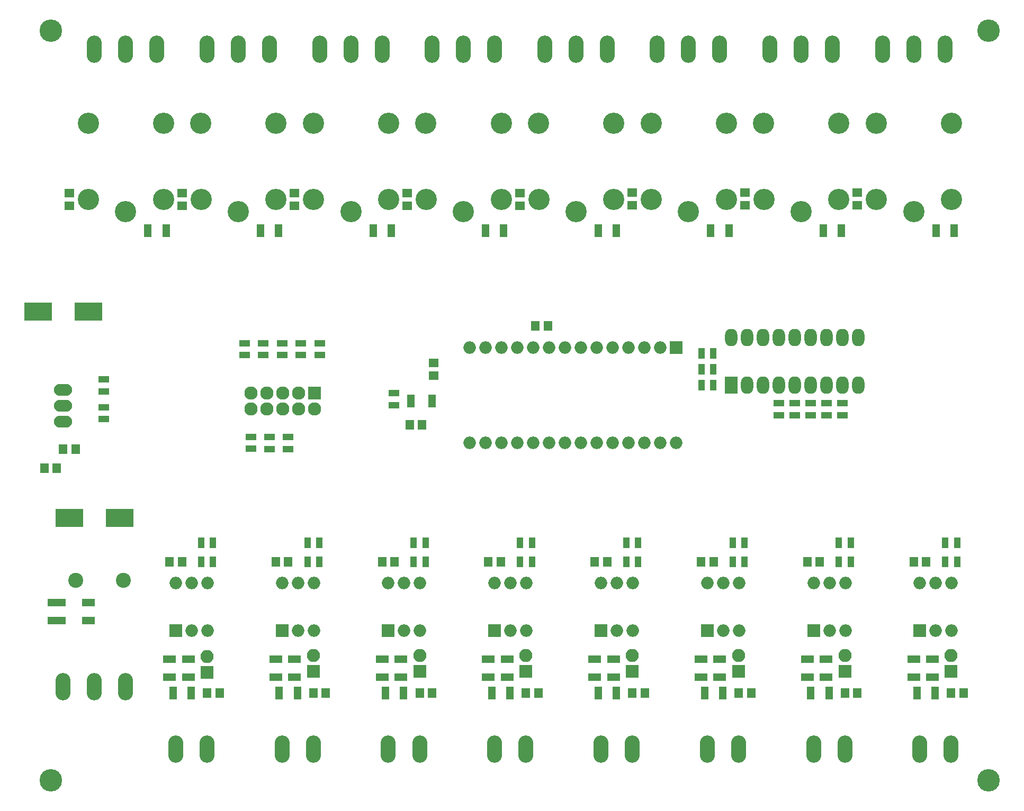
<source format=gbr>
G04 #@! TF.GenerationSoftware,KiCad,Pcbnew,(2017-06-21 revision 54670d678)-makepkg*
G04 #@! TF.CreationDate,2017-10-16T22:16:11+02:00*
G04 #@! TF.ProjectId,plytkaPrzekaznikow,706C79746B6150727A656B617A6E696B,rev?*
G04 #@! TF.SameCoordinates,Original
G04 #@! TF.FileFunction,Soldermask,Top*
G04 #@! TF.FilePolarity,Negative*
%FSLAX46Y46*%
G04 Gerber Fmt 4.6, Leading zero omitted, Abs format (unit mm)*
G04 Created by KiCad (PCBNEW (2017-06-21 revision 54670d678)-makepkg) date 10/16/17 22:16:11*
%MOMM*%
%LPD*%
G01*
G04 APERTURE LIST*
%ADD10C,0.100000*%
%ADD11R,1.300000X2.100000*%
%ADD12R,2.127200X2.127200*%
%ADD13O,2.127200X2.127200*%
%ADD14R,1.700000X1.100000*%
%ADD15R,1.100000X1.700000*%
%ADD16R,1.650000X1.400000*%
%ADD17R,1.400000X1.650000*%
%ADD18C,3.600000*%
%ADD19R,2.000000X2.000000*%
%ADD20O,2.000000X2.000000*%
%ADD21R,2.900000X1.300000*%
%ADD22C,2.398980*%
%ADD23R,4.400000X2.900000*%
%ADD24O,2.381200X4.362400*%
%ADD25R,2.000000X2.800000*%
%ADD26O,2.000000X2.800000*%
%ADD27O,2.100000X2.100000*%
%ADD28R,2.100000X2.100000*%
%ADD29R,2.100000X1.300000*%
%ADD30O,2.899360X1.901140*%
%ADD31C,3.400000*%
G04 APERTURE END LIST*
D10*
D11*
X116000000Y-114300000D03*
X112600000Y-114300000D03*
D12*
X97155000Y-113030000D03*
D13*
X97155000Y-115570000D03*
X94615000Y-113030000D03*
X94615000Y-115570000D03*
X92075000Y-113030000D03*
X92075000Y-115570000D03*
X89535000Y-113030000D03*
X89535000Y-115570000D03*
X86995000Y-113030000D03*
X86995000Y-115570000D03*
D14*
X181610000Y-116520000D03*
X181610000Y-114620000D03*
X176530000Y-116520000D03*
X176530000Y-114620000D03*
D15*
X159070000Y-111760000D03*
X160970000Y-111760000D03*
X160970000Y-109220000D03*
X159070000Y-109220000D03*
X159070000Y-106680000D03*
X160970000Y-106680000D03*
D14*
X179070000Y-114620000D03*
X179070000Y-116520000D03*
X171450000Y-114620000D03*
X171450000Y-116520000D03*
X92000000Y-106950000D03*
X92000000Y-105050000D03*
X173990000Y-114620000D03*
X173990000Y-116520000D03*
D16*
X116205000Y-108220000D03*
X116205000Y-110220000D03*
D17*
X54000000Y-125000000D03*
X56000000Y-125000000D03*
D18*
X55000000Y-55000000D03*
X55000000Y-175000000D03*
X205000000Y-55000000D03*
X205000000Y-175000000D03*
D19*
X155000000Y-105750000D03*
D20*
X121980000Y-120990000D03*
X152460000Y-105750000D03*
X124520000Y-120990000D03*
X149920000Y-105750000D03*
X127060000Y-120990000D03*
X147380000Y-105750000D03*
X129600000Y-120990000D03*
X144840000Y-105750000D03*
X132140000Y-120990000D03*
X142300000Y-105750000D03*
X134680000Y-120990000D03*
X139760000Y-105750000D03*
X137220000Y-120990000D03*
X137220000Y-105750000D03*
X139760000Y-120990000D03*
X134680000Y-105750000D03*
X142300000Y-120990000D03*
X132140000Y-105750000D03*
X144840000Y-120990000D03*
X129600000Y-105750000D03*
X147380000Y-120990000D03*
X127060000Y-105750000D03*
X149920000Y-120990000D03*
X124520000Y-105750000D03*
X152460000Y-120990000D03*
X121980000Y-105750000D03*
X155000000Y-120990000D03*
D21*
X56000000Y-149450000D03*
X56000000Y-146550000D03*
D22*
X66620000Y-143000000D03*
X59000000Y-143000000D03*
D17*
X182000000Y-161000000D03*
X184000000Y-161000000D03*
X150000000Y-161000000D03*
X148000000Y-161000000D03*
X131000000Y-161000000D03*
X133000000Y-161000000D03*
X116000000Y-161000000D03*
X114000000Y-161000000D03*
X97000000Y-161000000D03*
X99000000Y-161000000D03*
X132500000Y-102235000D03*
X134500000Y-102235000D03*
X195000000Y-140000000D03*
X193000000Y-140000000D03*
X176000000Y-140000000D03*
X178000000Y-140000000D03*
X161000000Y-140000000D03*
X159000000Y-140000000D03*
X142000000Y-140000000D03*
X144000000Y-140000000D03*
X127000000Y-140000000D03*
X125000000Y-140000000D03*
X74000000Y-140000000D03*
X76000000Y-140000000D03*
X165000000Y-161000000D03*
X167000000Y-161000000D03*
D16*
X184000000Y-82915000D03*
X184000000Y-80915000D03*
X76000000Y-81000000D03*
X76000000Y-83000000D03*
X94000000Y-83000000D03*
X94000000Y-81000000D03*
X58000000Y-81000000D03*
X58000000Y-83000000D03*
X112000000Y-83000000D03*
X112000000Y-81000000D03*
D17*
X57000000Y-122000000D03*
X59000000Y-122000000D03*
X114395000Y-118110000D03*
X112395000Y-118110000D03*
D16*
X130000000Y-81000000D03*
X130000000Y-83000000D03*
D17*
X91000000Y-140000000D03*
X93000000Y-140000000D03*
D16*
X147955000Y-80915000D03*
X147955000Y-82915000D03*
D17*
X108000000Y-140000000D03*
X110000000Y-140000000D03*
D16*
X166000000Y-80915000D03*
X166000000Y-82915000D03*
D17*
X201000000Y-161000000D03*
X199000000Y-161000000D03*
X80000000Y-161000000D03*
X82000000Y-161000000D03*
D23*
X61000000Y-100000000D03*
X53000000Y-100000000D03*
X58000000Y-133000000D03*
X66000000Y-133000000D03*
D24*
X75000000Y-170000000D03*
X80000000Y-170000000D03*
X182000000Y-170000000D03*
X177000000Y-170000000D03*
X160000000Y-170000000D03*
X165000000Y-170000000D03*
X199000000Y-170000000D03*
X194000000Y-170000000D03*
X143000000Y-170000000D03*
X148000000Y-170000000D03*
X131000000Y-170000000D03*
X126000000Y-170000000D03*
X109000000Y-170000000D03*
X114000000Y-170000000D03*
X97000000Y-170000000D03*
X92000000Y-170000000D03*
X116000000Y-58000000D03*
X121000000Y-58000000D03*
X126000000Y-58000000D03*
X108000000Y-58000000D03*
X103000000Y-58000000D03*
X98000000Y-58000000D03*
X80000000Y-58000000D03*
X85000000Y-58000000D03*
X90000000Y-58000000D03*
X72000000Y-58000000D03*
X67000000Y-58000000D03*
X62000000Y-58000000D03*
X134000000Y-58000000D03*
X139000000Y-58000000D03*
X144000000Y-58000000D03*
X198000000Y-58000000D03*
X193000000Y-58000000D03*
X188000000Y-58000000D03*
X57000000Y-160000000D03*
X62000000Y-160000000D03*
X67000000Y-160000000D03*
X180000000Y-58000000D03*
X175000000Y-58000000D03*
X170000000Y-58000000D03*
X152000000Y-58000000D03*
X157000000Y-58000000D03*
X162000000Y-58000000D03*
D25*
X163830000Y-111760000D03*
D26*
X184150000Y-104140000D03*
X166370000Y-111760000D03*
X181610000Y-104140000D03*
X168910000Y-111760000D03*
X179070000Y-104140000D03*
X171450000Y-111760000D03*
X176530000Y-104140000D03*
X173990000Y-111760000D03*
X173990000Y-104140000D03*
X176530000Y-111760000D03*
X171450000Y-104140000D03*
X179070000Y-111760000D03*
X168910000Y-104140000D03*
X181610000Y-111760000D03*
X166370000Y-104140000D03*
X184150000Y-111760000D03*
X163830000Y-104140000D03*
D20*
X143000000Y-143380000D03*
X148080000Y-151000000D03*
X145540000Y-143380000D03*
X145540000Y-151000000D03*
X148080000Y-143380000D03*
D19*
X143000000Y-151000000D03*
X177000000Y-151000000D03*
D20*
X182080000Y-143380000D03*
X179540000Y-151000000D03*
X179540000Y-143380000D03*
X182080000Y-151000000D03*
X177000000Y-143380000D03*
X160000000Y-143380000D03*
X165080000Y-151000000D03*
X162540000Y-143380000D03*
X162540000Y-151000000D03*
X165080000Y-143380000D03*
D19*
X160000000Y-151000000D03*
X126000000Y-151000000D03*
D20*
X131080000Y-143380000D03*
X128540000Y-151000000D03*
X128540000Y-143380000D03*
X131080000Y-151000000D03*
X126000000Y-143380000D03*
X109000000Y-143380000D03*
X114080000Y-151000000D03*
X111540000Y-143380000D03*
X111540000Y-151000000D03*
X114080000Y-143380000D03*
D19*
X109000000Y-151000000D03*
X75000000Y-151000000D03*
D20*
X80080000Y-143380000D03*
X77540000Y-151000000D03*
X77540000Y-143380000D03*
X80080000Y-151000000D03*
X75000000Y-143380000D03*
X194000000Y-143380000D03*
X199080000Y-151000000D03*
X196540000Y-143380000D03*
X196540000Y-151000000D03*
X199080000Y-143380000D03*
D19*
X194000000Y-151000000D03*
X92000000Y-151000000D03*
D20*
X97080000Y-143380000D03*
X94540000Y-151000000D03*
X94540000Y-143380000D03*
X97080000Y-151000000D03*
X92000000Y-143380000D03*
D27*
X165000000Y-155000000D03*
D28*
X165000000Y-157540000D03*
X80000000Y-157750000D03*
D27*
X80000000Y-155210000D03*
X182000000Y-155000000D03*
D28*
X182000000Y-157540000D03*
X114000000Y-157540000D03*
D27*
X114000000Y-155000000D03*
X131000000Y-155000000D03*
D28*
X131000000Y-157540000D03*
X199000000Y-157540000D03*
D27*
X199000000Y-155000000D03*
X148000000Y-155000000D03*
D28*
X148000000Y-157540000D03*
X97000000Y-157540000D03*
D27*
X97000000Y-155000000D03*
D15*
X199950000Y-140000000D03*
X198050000Y-140000000D03*
X181050000Y-140000000D03*
X182950000Y-140000000D03*
X165950000Y-140000000D03*
X164050000Y-140000000D03*
X147050000Y-140000000D03*
X148950000Y-140000000D03*
X80950000Y-137000000D03*
X79050000Y-137000000D03*
X96050000Y-137000000D03*
X97950000Y-137000000D03*
X114950000Y-137000000D03*
X113050000Y-137000000D03*
X130050000Y-137000000D03*
X131950000Y-137000000D03*
X147050000Y-137000000D03*
X148950000Y-137000000D03*
D14*
X98000000Y-105050000D03*
X98000000Y-106950000D03*
D15*
X181050000Y-137000000D03*
X182950000Y-137000000D03*
X199950000Y-137000000D03*
X198050000Y-137000000D03*
X80950000Y-140000000D03*
X79050000Y-140000000D03*
X96050000Y-140000000D03*
X97950000Y-140000000D03*
D14*
X86000000Y-106950000D03*
X86000000Y-105050000D03*
D15*
X165950000Y-137000000D03*
X164050000Y-137000000D03*
X131950000Y-140000000D03*
X130050000Y-140000000D03*
D14*
X63500000Y-110810000D03*
X63500000Y-112710000D03*
X63500000Y-117155000D03*
X63500000Y-115255000D03*
X109855000Y-113035000D03*
X109855000Y-114935000D03*
X89000000Y-105050000D03*
X89000000Y-106950000D03*
X93000000Y-121950000D03*
X93000000Y-120050000D03*
X87000000Y-120000000D03*
X87000000Y-121900000D03*
X90000000Y-121950000D03*
X90000000Y-120050000D03*
D15*
X114950000Y-140000000D03*
X113050000Y-140000000D03*
D14*
X95000000Y-105050000D03*
X95000000Y-106950000D03*
D11*
X109450000Y-87000000D03*
X106550000Y-87000000D03*
X179450000Y-161000000D03*
X176550000Y-161000000D03*
X73450000Y-87000000D03*
X70550000Y-87000000D03*
D29*
X61000000Y-146550000D03*
X61000000Y-149450000D03*
X108000000Y-155550000D03*
X108000000Y-158450000D03*
X125000000Y-158450000D03*
X125000000Y-155550000D03*
D11*
X77450000Y-161000000D03*
X74550000Y-161000000D03*
D29*
X94000000Y-158450000D03*
X94000000Y-155550000D03*
D11*
X94450000Y-161000000D03*
X91550000Y-161000000D03*
X108550000Y-161000000D03*
X111450000Y-161000000D03*
D29*
X142000000Y-155550000D03*
X142000000Y-158450000D03*
D11*
X125550000Y-161000000D03*
X128450000Y-161000000D03*
D29*
X159000000Y-155550000D03*
X159000000Y-158450000D03*
X176000000Y-158450000D03*
X176000000Y-155550000D03*
X193000000Y-155550000D03*
X193000000Y-158450000D03*
D11*
X142550000Y-161000000D03*
X145450000Y-161000000D03*
X88550000Y-87000000D03*
X91450000Y-87000000D03*
X159550000Y-161000000D03*
X162450000Y-161000000D03*
X196450000Y-161000000D03*
X193550000Y-161000000D03*
D29*
X77000000Y-158450000D03*
X77000000Y-155550000D03*
X196000000Y-155550000D03*
X196000000Y-158450000D03*
X74000000Y-158450000D03*
X74000000Y-155550000D03*
X91000000Y-155550000D03*
X91000000Y-158450000D03*
X179000000Y-158450000D03*
X179000000Y-155550000D03*
X162000000Y-155550000D03*
X162000000Y-158450000D03*
X145000000Y-158450000D03*
X145000000Y-155550000D03*
D11*
X196550000Y-87000000D03*
X199450000Y-87000000D03*
X181450000Y-87000000D03*
X178550000Y-87000000D03*
X160550000Y-87000000D03*
X163450000Y-87000000D03*
X145450000Y-87000000D03*
X142550000Y-87000000D03*
X124550000Y-87000000D03*
X127450000Y-87000000D03*
D29*
X128000000Y-158450000D03*
X128000000Y-155550000D03*
X111000000Y-155550000D03*
X111000000Y-158450000D03*
D30*
X57000000Y-117540000D03*
X57000000Y-112460000D03*
X57000000Y-115000000D03*
D31*
X85000000Y-84000000D03*
X79050000Y-82050000D03*
X79000000Y-69800000D03*
X91050000Y-69850000D03*
X91050000Y-82050000D03*
X109050000Y-82050000D03*
X109050000Y-69850000D03*
X97000000Y-69800000D03*
X97050000Y-82050000D03*
X103000000Y-84000000D03*
X121000000Y-84000000D03*
X115050000Y-82050000D03*
X115000000Y-69800000D03*
X127050000Y-69850000D03*
X127050000Y-82050000D03*
X145050000Y-82050000D03*
X145050000Y-69850000D03*
X133000000Y-69800000D03*
X133050000Y-82050000D03*
X139000000Y-84000000D03*
X157000000Y-84000000D03*
X151050000Y-82050000D03*
X151000000Y-69800000D03*
X163050000Y-69850000D03*
X163050000Y-82050000D03*
X181050000Y-82050000D03*
X181050000Y-69850000D03*
X169000000Y-69800000D03*
X169050000Y-82050000D03*
X175000000Y-84000000D03*
X199050000Y-82050000D03*
X199050000Y-69850000D03*
X187000000Y-69800000D03*
X187050000Y-82050000D03*
X193000000Y-84000000D03*
X73050000Y-82050000D03*
X73050000Y-69850000D03*
X61000000Y-69800000D03*
X61050000Y-82050000D03*
X67000000Y-84000000D03*
M02*

</source>
